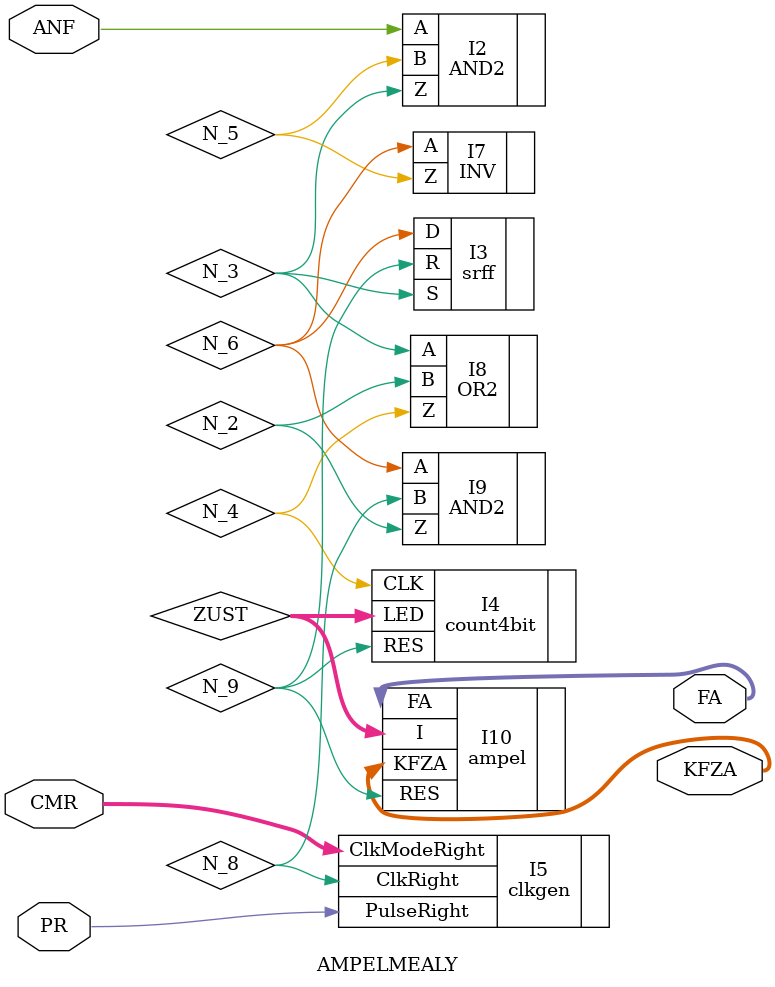
<source format=v>
/* Verilog model created from schematic AMPELMEALY.sch -- Jun 15, 2018 13:44 */

module AMPELMEALY( ANF, CMR, FA, KFZA, PR );
 input ANF;
 input [1:0] CMR;
output [1:0] FA;
output [2:0] KFZA;
 input PR;
  wire [3:0] ZUST;
wire N_9;
wire N_2;
wire N_3;
wire N_4;
wire N_5;
wire N_6;
wire N_8;



INV I7 ( .A(N_6), .Z(N_5) );
OR2 I8 ( .A(N_3), .B(N_2), .Z(N_4) );
AND2 I9 ( .A(N_6), .B(N_8), .Z(N_2) );
AND2 I2 ( .A(ANF), .B(N_5), .Z(N_3) );
srff I3 ( .D(N_6), .R(N_9), .S(N_3) );
count4bit I4 ( .CLK(N_4), .LED(ZUST[3:0]), .RES(N_9) );
clkgen I5 ( .ClkModeRight(CMR[1:0]), .ClkRight(N_8), .PulseRight(PR) );
ampel I10 ( .FA(FA[1:0]), .I(ZUST[3:0]), .KFZA(KFZA[2:0]), .RES(N_9) );

endmodule // AMPELMEALY

</source>
